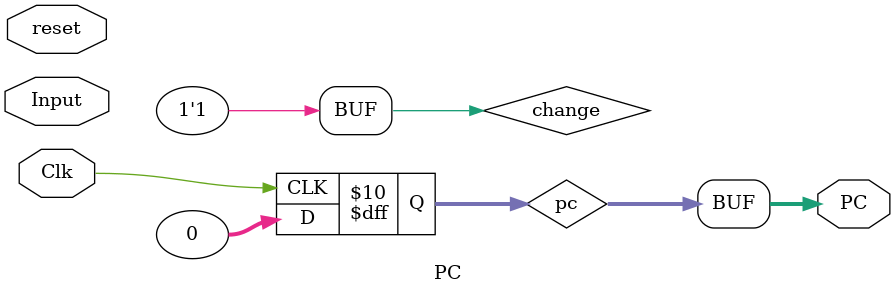
<source format=v>
`timescale 1ns / 1ps


module PC(
    input reset,
    input Clk,
    input [31:0] Input,
    output [31:0] PC
    );
    reg [31:0] pc;
    reg change;
    initial begin
        pc = 0;
        change = 0;
    end
    
    always @(reset)
    begin
        change = 1;
    end 

    always @(posedge Clk)
    begin
        if (change)
        begin
            pc <= 32'h00000000;
            change = 0;
        end 
        else
        begin
            pc <= Input;
        end
    end
    assign PC = pc;
endmodule

</source>
